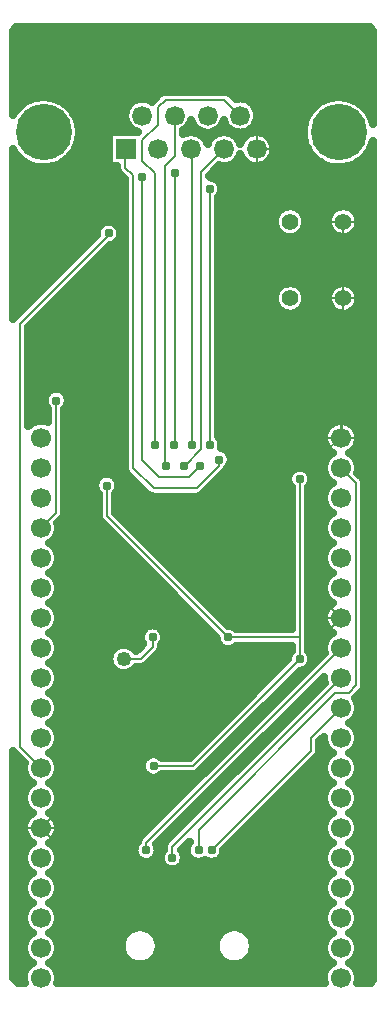
<source format=gbr>
G04 DipTrace 3.3.1.3*
G04 Bottom.gbr*
%MOIN*%
G04 #@! TF.FileFunction,Copper,L2,Bot*
G04 #@! TF.Part,Single*
G04 #@! TA.AperFunction,Conductor*
%ADD13C,0.007874*%
G04 #@! TA.AperFunction,CopperBalancing*
%ADD14C,0.025*%
%ADD15C,0.00787*%
G04 #@! TA.AperFunction,ComponentPad*
%ADD19R,0.066535X0.066535*%
%ADD20C,0.066535*%
%ADD21C,0.187402*%
%ADD22C,0.055118*%
%ADD27C,0.049213*%
G04 #@! TA.AperFunction,ComponentPad*
%ADD30C,0.066929*%
G04 #@! TA.AperFunction,ViaPad*
%ADD35C,0.031*%
%FSLAX26Y26*%
G04*
G70*
G90*
G75*
G01*
G04 Bottom*
%LPD*%
X893702Y1149951D2*
D13*
X1024953D1*
X1381202Y1506200D1*
Y1578532D1*
Y2106200D1*
X1142416Y1578532D2*
X1381202D1*
X737764Y2084481D2*
Y1983184D1*
X1142416Y1578532D1*
X961357Y2220825D2*
X964458D1*
Y3128050D1*
X1111953Y2171250D2*
Y2149449D1*
X1037453Y2074949D1*
X893702D1*
X824952Y2143700D1*
Y3118701D1*
X799953Y3143700D1*
Y3206280D1*
X800953D1*
X1049953Y2151229D2*
Y2149951D1*
X1012452Y2112449D1*
X912453D1*
X856202Y2168700D1*
Y3112451D1*
X993702Y2151229D2*
X997743D1*
X1051361Y2204847D1*
Y3129523D1*
X1128118Y3206280D1*
X1518702Y2243700D2*
X1514024D1*
X1462452Y2192128D1*
Y1699951D1*
X1518702Y1643700D1*
X1099953Y799949D2*
X662453D1*
X518702Y943700D1*
X1526036Y2964388D2*
Y2708482D1*
Y2498108D1*
X1521187Y2493259D1*
Y2246184D1*
X1518702Y2243700D1*
Y1643700D2*
Y1642330D1*
X1435079Y1558707D1*
Y1504183D1*
X953449Y1022553D1*
X597555D1*
X518702Y943700D1*
X743702Y2924951D2*
Y2919533D1*
X448751Y2624582D1*
Y1213651D1*
X518702Y1143700D1*
X956202Y843700D2*
Y881200D1*
X1518702Y1443700D1*
X868702Y868700D2*
Y893700D1*
X1518702Y1543700D1*
X1043702Y868700D2*
Y937449D1*
X1499953Y1393700D1*
X1543702D1*
X1568702Y1418700D1*
Y2093700D1*
X1518702Y2143700D1*
X518702Y1943700D2*
X569259Y1994256D1*
Y2367906D1*
X1087453Y868700D2*
X1418702Y1199949D1*
Y1243700D1*
X1518702Y1343700D1*
X794196Y1506776D2*
X850528D1*
X890204Y1546452D1*
Y1579465D1*
X897617Y2221250D2*
Y3125487D1*
X855828Y3167276D1*
Y3234919D1*
X909047Y3288138D1*
Y3345941D1*
X933756Y3370650D1*
X1130087D1*
X1182646Y3318091D1*
X935330Y2151229D2*
X932983D1*
Y3149361D1*
X965520Y3181898D1*
Y3344250D1*
X939361Y3318091D1*
X964536D1*
X1081202Y2221250D2*
Y3072659D1*
X1081142Y3072720D1*
X1021879Y2221250D2*
Y3203464D1*
X1019063Y3206280D1*
D35*
X897617Y2221250D3*
X935330Y2151229D3*
X961357Y2220825D3*
X993702Y2151229D3*
X1021879Y2221250D3*
X1049953Y2151229D3*
X1081202Y2221250D3*
X1111953Y2171250D3*
X890204Y1579465D3*
X1087453Y868700D3*
X1043702D3*
X956202Y843700D3*
X893702Y1149951D3*
X868702Y868700D3*
X1381202Y1506200D3*
Y2106200D3*
X1142416Y1578532D3*
X737764Y2084481D3*
X1099953Y799949D3*
X743702Y2924951D3*
X569259Y2367906D3*
X1081142Y3072720D3*
X856202Y3112451D3*
X964458Y3128050D3*
X427471Y3587582D2*
D14*
X1622439D1*
X427471Y3562713D2*
X1622439D1*
X427471Y3537844D2*
X1622439D1*
X427471Y3512976D2*
X1622439D1*
X427471Y3488107D2*
X1622439D1*
X427471Y3463238D2*
X1622439D1*
X427471Y3438369D2*
X1622439D1*
X427471Y3413501D2*
X1622439D1*
X427471Y3388632D2*
X910424D1*
X1153408D2*
X1622439D1*
X427471Y3363763D2*
X466177D1*
X588088D2*
X819278D1*
X1218861D2*
X1450015D1*
X1571961D2*
X1622439D1*
X618231Y3338894D2*
X800152D1*
X1237952D2*
X1419872D1*
X1602104D2*
X1622439D1*
X634738Y3314025D2*
X796348D1*
X1241755D2*
X1403365D1*
X643673Y3289157D2*
X804135D1*
X1234004D2*
X1394429D1*
X646831Y3264288D2*
X834887D1*
X995446D2*
X1052992D1*
X1094200D2*
X1162044D1*
X1203251D2*
X1391309D1*
X644607Y3239419D2*
X741697D1*
X1285748D2*
X1393533D1*
X636712Y3214550D2*
X741697D1*
X1295832D2*
X1401391D1*
X621712Y3189682D2*
X741697D1*
X1293966D2*
X1416427D1*
X1605584D2*
X1622439D1*
X427471Y3164813D2*
X459395D1*
X594870D2*
X741697D1*
X1169377D2*
X1195919D1*
X1278428D2*
X1443268D1*
X1578708D2*
X1622439D1*
X427471Y3139944D2*
X770260D1*
X1103099D2*
X1622439D1*
X427471Y3115075D2*
X787269D1*
X1081281D2*
X1622439D1*
X427471Y3090207D2*
X795020D1*
X1118492D2*
X1622439D1*
X427471Y3065338D2*
X795020D1*
X1121937D2*
X1622439D1*
X427471Y3040469D2*
X795020D1*
X1111137D2*
X1622439D1*
X427471Y3015600D2*
X795020D1*
X1111137D2*
X1520133D1*
X1532149D2*
X1622439D1*
X427471Y2990731D2*
X795020D1*
X1111137D2*
X1302638D1*
X1395124D2*
X1479798D1*
X1572284D2*
X1622439D1*
X427471Y2965863D2*
X795020D1*
X1111137D2*
X1295318D1*
X1402408D2*
X1472513D1*
X1579568D2*
X1622439D1*
X427471Y2940994D2*
X705670D1*
X781756D2*
X795020D1*
X1111137D2*
X1300987D1*
X1396739D2*
X1478147D1*
X1573935D2*
X1622439D1*
X427471Y2916125D2*
X698995D1*
X1111137D2*
X1329694D1*
X1368032D2*
X1506101D1*
X1546196D2*
X1622439D1*
X427471Y2891256D2*
X674126D1*
X765858D2*
X795020D1*
X1111137D2*
X1622439D1*
X427471Y2866388D2*
X649259D1*
X731840D2*
X795020D1*
X1111137D2*
X1622439D1*
X427471Y2841519D2*
X624391D1*
X706973D2*
X795020D1*
X1111137D2*
X1622439D1*
X427471Y2816650D2*
X599524D1*
X682105D2*
X795020D1*
X1111137D2*
X1622439D1*
X427471Y2791781D2*
X574656D1*
X657238D2*
X795020D1*
X1111137D2*
X1622439D1*
X427471Y2766913D2*
X549788D1*
X632369D2*
X795020D1*
X1111137D2*
X1622439D1*
X427471Y2742044D2*
X524920D1*
X607502D2*
X795020D1*
X1111137D2*
X1307877D1*
X1389849D2*
X1485074D1*
X1567009D2*
X1622439D1*
X427471Y2717175D2*
X500053D1*
X582634D2*
X795020D1*
X1111137D2*
X1296071D1*
X1401691D2*
X1473231D1*
X1578851D2*
X1622439D1*
X427471Y2692306D2*
X475185D1*
X557767D2*
X795020D1*
X1111137D2*
X1297937D1*
X1399789D2*
X1475097D1*
X1576949D2*
X1622439D1*
X427471Y2667438D2*
X450316D1*
X532899D2*
X795020D1*
X1111137D2*
X1315987D1*
X1381739D2*
X1493147D1*
X1558971D2*
X1622439D1*
X508030Y2642569D2*
X795020D1*
X1111137D2*
X1622439D1*
X483163Y2617700D2*
X795020D1*
X1111137D2*
X1622439D1*
X478677Y2592831D2*
X795020D1*
X1111137D2*
X1622439D1*
X478677Y2567962D2*
X795020D1*
X1111137D2*
X1622439D1*
X478677Y2543094D2*
X795020D1*
X1111137D2*
X1622439D1*
X478677Y2518225D2*
X795020D1*
X1111137D2*
X1622439D1*
X478677Y2493356D2*
X795020D1*
X1111137D2*
X1622439D1*
X478677Y2468487D2*
X795020D1*
X1111137D2*
X1622439D1*
X478677Y2443619D2*
X795020D1*
X1111137D2*
X1622439D1*
X478677Y2418750D2*
X795020D1*
X1111137D2*
X1622439D1*
X478677Y2393881D2*
X537659D1*
X600864D2*
X795020D1*
X1111137D2*
X1622439D1*
X478677Y2369012D2*
X527792D1*
X610731D2*
X795020D1*
X1111137D2*
X1622439D1*
X478677Y2344144D2*
X535830D1*
X602693D2*
X795020D1*
X1111137D2*
X1622439D1*
X478677Y2319275D2*
X539310D1*
X599213D2*
X795020D1*
X1111137D2*
X1622439D1*
X599213Y2294406D2*
X795020D1*
X1111137D2*
X1490240D1*
X1547166D2*
X1622439D1*
X599213Y2269537D2*
X795020D1*
X1111137D2*
X1465445D1*
X1571961D2*
X1622439D1*
X599213Y2244669D2*
X795020D1*
X1114904D2*
X1459236D1*
X1578170D2*
X1622439D1*
X599213Y2219800D2*
X795020D1*
X1122691D2*
X1464512D1*
X1572894D2*
X1622439D1*
X599213Y2194931D2*
X795020D1*
X1145441D2*
X1486760D1*
X1550646D2*
X1622439D1*
X599213Y2170062D2*
X795020D1*
X1153444D2*
X1465696D1*
X1571710D2*
X1622439D1*
X599213Y2145193D2*
X795020D1*
X1143469D2*
X1459273D1*
X1578133D2*
X1622439D1*
X599213Y2120325D2*
X719879D1*
X755631D2*
X807042D1*
X1124126D2*
X1342362D1*
X1420063D2*
X1464260D1*
X1583373D2*
X1622439D1*
X599213Y2095456D2*
X697847D1*
X777701D2*
X831910D1*
X1099259D2*
X1341214D1*
X1421176D2*
X1485899D1*
X1598587D2*
X1622439D1*
X599213Y2070587D2*
X698815D1*
X776696D2*
X856777D1*
X1074391D2*
X1351261D1*
X1411129D2*
X1465983D1*
X1598624D2*
X1622439D1*
X599213Y2045718D2*
X707822D1*
X767689D2*
X1351261D1*
X1411129D2*
X1459273D1*
X1598624D2*
X1622439D1*
X599213Y2020850D2*
X707822D1*
X767689D2*
X1351261D1*
X1411129D2*
X1464009D1*
X1598624D2*
X1622439D1*
X599213Y1995981D2*
X707822D1*
X767689D2*
X1351261D1*
X1411129D2*
X1485109D1*
X1598624D2*
X1622439D1*
X587407Y1971112D2*
X710621D1*
X791121D2*
X1351261D1*
X1411129D2*
X1466271D1*
X1598624D2*
X1622439D1*
X578113Y1946243D2*
X733407D1*
X815988D2*
X1351261D1*
X1411129D2*
X1459309D1*
X1598624D2*
X1622439D1*
X573628Y1921375D2*
X758274D1*
X840893D2*
X1351261D1*
X1411129D2*
X1463794D1*
X1598624D2*
X1622439D1*
X553101Y1896506D2*
X783143D1*
X865760D2*
X1351261D1*
X1411129D2*
X1484284D1*
X1598624D2*
X1622439D1*
X570828Y1871637D2*
X808011D1*
X890628D2*
X1351261D1*
X1411129D2*
X1466557D1*
X1598624D2*
X1622439D1*
X578076Y1846768D2*
X832878D1*
X915496D2*
X1351261D1*
X1411129D2*
X1459309D1*
X1598624D2*
X1622439D1*
X573843Y1821899D2*
X857746D1*
X940364D2*
X1351261D1*
X1411129D2*
X1463579D1*
X1598624D2*
X1622439D1*
X553855Y1797031D2*
X882614D1*
X965231D2*
X1351261D1*
X1411129D2*
X1483530D1*
X1598624D2*
X1622439D1*
X570541Y1772162D2*
X907482D1*
X990099D2*
X1351261D1*
X1411129D2*
X1466844D1*
X1598624D2*
X1622439D1*
X578041Y1747293D2*
X932349D1*
X1014967D2*
X1351261D1*
X1411129D2*
X1459344D1*
X1598624D2*
X1622439D1*
X574058Y1722424D2*
X957217D1*
X1039835D2*
X1351261D1*
X1411129D2*
X1463364D1*
X1598624D2*
X1622439D1*
X554609Y1697556D2*
X982084D1*
X1064702D2*
X1351261D1*
X1411129D2*
X1482813D1*
X1598624D2*
X1622439D1*
X570254Y1672687D2*
X1006953D1*
X1089570D2*
X1351261D1*
X1411129D2*
X1467167D1*
X1598624D2*
X1622439D1*
X578005Y1647818D2*
X1031820D1*
X1114437D2*
X1351261D1*
X1411129D2*
X1459381D1*
X1598624D2*
X1622439D1*
X574238Y1622949D2*
X1056688D1*
X1139306D2*
X1351261D1*
X1411129D2*
X1463149D1*
X1598624D2*
X1622439D1*
X555326Y1598081D2*
X853440D1*
X926979D2*
X1081555D1*
X1411129D2*
X1482095D1*
X1598624D2*
X1622439D1*
X569931Y1573212D2*
X849206D1*
X931213D2*
X1101292D1*
X1411129D2*
X1467490D1*
X1598624D2*
X1622439D1*
X577969Y1548343D2*
X767498D1*
X820906D2*
X850785D1*
X920125D2*
X1115215D1*
X1169592D2*
X1351261D1*
X1411129D2*
X1459416D1*
X1598624D2*
X1622439D1*
X574453Y1523474D2*
X746576D1*
X908534D2*
X1343726D1*
X1418664D2*
X1457192D1*
X1598624D2*
X1622439D1*
X556008Y1498606D2*
X744280D1*
X883667D2*
X1332314D1*
X1598624D2*
X1622439D1*
X569608Y1473737D2*
X756733D1*
X831671D2*
X1307446D1*
X1598624D2*
X1622439D1*
X577933Y1448868D2*
X1282579D1*
X1365160D2*
X1382553D1*
X1598624D2*
X1622439D1*
X574668Y1423999D2*
X1257712D1*
X1340293D2*
X1357684D1*
X1440302D2*
X1457694D1*
X1598624D2*
X1622439D1*
X556691Y1399130D2*
X1232844D1*
X1315425D2*
X1332816D1*
X1415435D2*
X1432826D1*
X1590441D2*
X1622439D1*
X569285Y1374262D2*
X1207975D1*
X1290558D2*
X1307949D1*
X1390567D2*
X1407958D1*
X1569269D2*
X1622439D1*
X577898Y1349393D2*
X1183108D1*
X1265689D2*
X1283082D1*
X1365698D2*
X1383091D1*
X1577882D2*
X1622439D1*
X574847Y1324524D2*
X1158240D1*
X1240822D2*
X1258214D1*
X1340831D2*
X1358223D1*
X1574832D2*
X1622439D1*
X557336Y1299655D2*
X1133373D1*
X1215954D2*
X1233345D1*
X1315963D2*
X1333355D1*
X1557320D2*
X1622439D1*
X568927Y1274787D2*
X1108504D1*
X1191087D2*
X1208478D1*
X1291096D2*
X1308487D1*
X1568946D2*
X1622439D1*
X577826Y1249918D2*
X1083601D1*
X1166218D2*
X1183610D1*
X1266227D2*
X1283620D1*
X1577810D2*
X1622439D1*
X575026Y1225049D2*
X1058734D1*
X1141351D2*
X1158743D1*
X1241360D2*
X1258752D1*
X1448628D2*
X1462395D1*
X1575011D2*
X1622439D1*
X557946Y1200180D2*
X1033865D1*
X1116483D2*
X1133876D1*
X1216492D2*
X1233885D1*
X1448628D2*
X1479440D1*
X1557966D2*
X1622439D1*
X427471Y1175312D2*
X445795D1*
X568604D2*
X861586D1*
X1091616D2*
X1109007D1*
X1191625D2*
X1209016D1*
X1435351D2*
X1468818D1*
X1568588D2*
X1622439D1*
X427471Y1150443D2*
X459647D1*
X577754D2*
X852219D1*
X1066748D2*
X1084139D1*
X1166757D2*
X1184149D1*
X1410482D2*
X1459631D1*
X1577774D2*
X1622439D1*
X427471Y1125574D2*
X462194D1*
X575206D2*
X860760D1*
X1040050D2*
X1059272D1*
X1141889D2*
X1159281D1*
X1385614D2*
X1462215D1*
X1575191D2*
X1622439D1*
X427471Y1100705D2*
X478845D1*
X558555D2*
X1034404D1*
X1117021D2*
X1134414D1*
X1360747D2*
X1478830D1*
X1558576D2*
X1622439D1*
X427471Y1075836D2*
X469156D1*
X568244D2*
X1009536D1*
X1092154D2*
X1109545D1*
X1335879D2*
X1469177D1*
X1568229D2*
X1622439D1*
X427471Y1050968D2*
X459718D1*
X577718D2*
X984668D1*
X1067286D2*
X1084677D1*
X1311011D2*
X1459704D1*
X1577702D2*
X1622439D1*
X427471Y1026099D2*
X462015D1*
X575386D2*
X959801D1*
X1042419D2*
X1059810D1*
X1286143D2*
X1462036D1*
X1575370D2*
X1622439D1*
X427471Y1001230D2*
X478235D1*
X559166D2*
X934933D1*
X1017550D2*
X1034942D1*
X1261276D2*
X1478255D1*
X1559151D2*
X1622439D1*
X427471Y976361D2*
X469515D1*
X567886D2*
X910066D1*
X992683D2*
X1010075D1*
X1236408D2*
X1469536D1*
X1567870D2*
X1622439D1*
X427471Y951493D2*
X459790D1*
X577646D2*
X885197D1*
X967780D2*
X985206D1*
X1211541D2*
X1459774D1*
X1577631D2*
X1622439D1*
X427471Y926624D2*
X461872D1*
X575565D2*
X860330D1*
X942911D2*
X960339D1*
X1186672D2*
X1461856D1*
X1575550D2*
X1622439D1*
X427471Y901755D2*
X477660D1*
X559740D2*
X839983D1*
X918044D2*
X935471D1*
X1161805D2*
X1477646D1*
X1559760D2*
X1622439D1*
X427471Y876886D2*
X469910D1*
X567491D2*
X828070D1*
X909324D2*
X926250D1*
X1136937D2*
X1469894D1*
X1567512D2*
X1622439D1*
X427471Y852018D2*
X459862D1*
X577538D2*
X830941D1*
X1125204D2*
X1459847D1*
X1577559D2*
X1622439D1*
X427471Y827149D2*
X461692D1*
X575709D2*
X918390D1*
X994011D2*
X1461713D1*
X1575693D2*
X1622439D1*
X427471Y802280D2*
X477087D1*
X560314D2*
X1477107D1*
X1560299D2*
X1622439D1*
X427471Y777411D2*
X470269D1*
X567133D2*
X1470289D1*
X1567117D2*
X1622439D1*
X427471Y752543D2*
X459935D1*
X577467D2*
X1459919D1*
X1577487D2*
X1622439D1*
X427471Y727674D2*
X461549D1*
X575852D2*
X1461533D1*
X1575873D2*
X1622439D1*
X427471Y702805D2*
X476549D1*
X560852D2*
X1476533D1*
X1560873D2*
X1622439D1*
X427471Y677936D2*
X470663D1*
X566738D2*
X1470684D1*
X1566722D2*
X1622439D1*
X427471Y653067D2*
X460005D1*
X577395D2*
X1460026D1*
X1577379D2*
X1622439D1*
X427471Y628199D2*
X461406D1*
X576032D2*
X1461390D1*
X1576016D2*
X1622439D1*
X427471Y603330D2*
X476011D1*
X561391D2*
X814183D1*
X882949D2*
X1128635D1*
X1197402D2*
X1475995D1*
X1561376D2*
X1622439D1*
X427471Y578461D2*
X471058D1*
X566343D2*
X791002D1*
X906166D2*
X1105454D1*
X1220620D2*
X1471079D1*
X1566327D2*
X1622439D1*
X427471Y553592D2*
X460113D1*
X577288D2*
X784327D1*
X912840D2*
X1098780D1*
X1227294D2*
X1460099D1*
X1577307D2*
X1622439D1*
X427471Y528724D2*
X461226D1*
X576175D2*
X788130D1*
X909000D2*
X1102584D1*
X1223454D2*
X1461247D1*
X1576159D2*
X1622439D1*
X427471Y503855D2*
X475508D1*
X561929D2*
X805284D1*
X891848D2*
X1119736D1*
X1206301D2*
X1475492D1*
X1561914D2*
X1622439D1*
X427471Y478986D2*
X471488D1*
X565912D2*
X1471474D1*
X1565932D2*
X1622439D1*
X427471Y454117D2*
X460185D1*
X577215D2*
X1460206D1*
X1577200D2*
X1622439D1*
X440820Y429249D2*
X461118D1*
X576319D2*
X1461103D1*
X1576303D2*
X1618634D1*
X753372Y3263048D2*
X841610D1*
X833756Y3265645D1*
X825819Y3269688D1*
X818613Y3274924D1*
X812314Y3281224D1*
X807078Y3288430D1*
X803034Y3296367D1*
X800281Y3304839D1*
X798887Y3313637D1*
Y3322545D1*
X800281Y3331343D1*
X803034Y3339815D1*
X807078Y3347752D1*
X812314Y3354959D1*
X818613Y3361258D1*
X825819Y3366494D1*
X833756Y3370537D1*
X842229Y3373291D1*
X851026Y3374684D1*
X859935D1*
X868733Y3373291D1*
X877205Y3370537D1*
X885142Y3366494D1*
X888572Y3364201D1*
X915937Y3391514D1*
X919420Y3394044D1*
X923256Y3395999D1*
X927351Y3397329D1*
X931604Y3398003D1*
X1034806Y3398087D1*
X1132226Y3398003D1*
X1136479Y3397329D1*
X1140574Y3395999D1*
X1144410Y3394044D1*
X1147893Y3391514D1*
X1166907Y3372619D1*
X1173765Y3374159D1*
X1182646Y3374859D1*
X1191526Y3374159D1*
X1200188Y3372081D1*
X1208418Y3368671D1*
X1216013Y3364018D1*
X1222786Y3358231D1*
X1228572Y3351459D1*
X1233226Y3343863D1*
X1236635Y3335633D1*
X1238714Y3326972D1*
X1239414Y3318091D1*
X1238714Y3309210D1*
X1236635Y3300549D1*
X1233226Y3292319D1*
X1228572Y3284724D1*
X1222786Y3277951D1*
X1216013Y3272165D1*
X1208418Y3267511D1*
X1200188Y3264102D1*
X1191526Y3262022D1*
X1182646Y3261323D1*
X1173765Y3262022D1*
X1165104Y3264102D1*
X1156874Y3267511D1*
X1149278Y3272165D1*
X1142505Y3277951D1*
X1136719Y3284724D1*
X1132066Y3292319D1*
X1128656Y3300549D1*
X1128142Y3302376D1*
X1126037Y3296367D1*
X1121994Y3288430D1*
X1116757Y3281224D1*
X1110458Y3274924D1*
X1103252Y3269688D1*
X1095315Y3265645D1*
X1086843Y3262892D1*
X1078045Y3261498D1*
X1069137D1*
X1060339Y3262892D1*
X1051866Y3265645D1*
X1043929Y3269688D1*
X1036723Y3274924D1*
X1030424Y3281224D1*
X1025188Y3288430D1*
X1021145Y3296367D1*
X1019087Y3302376D1*
X1016982Y3296367D1*
X1012939Y3288430D1*
X1007702Y3281224D1*
X1001403Y3274924D1*
X994197Y3269688D1*
X992966Y3268999D1*
X992957Y3256657D1*
X997339Y3258726D1*
X1005811Y3261480D1*
X1014609Y3262873D1*
X1023517D1*
X1032315Y3261480D1*
X1040788Y3258726D1*
X1048725Y3254683D1*
X1055931Y3249447D1*
X1062230Y3243148D1*
X1067466Y3235941D1*
X1071509Y3228004D1*
X1073567Y3221995D1*
X1075672Y3228004D1*
X1079715Y3235941D1*
X1084952Y3243148D1*
X1091251Y3249447D1*
X1098457Y3254683D1*
X1106394Y3258726D1*
X1114866Y3261480D1*
X1123664Y3262873D1*
X1132572D1*
X1141370Y3261480D1*
X1149843Y3258726D1*
X1157780Y3254683D1*
X1164986Y3249447D1*
X1171285Y3243148D1*
X1176521Y3235941D1*
X1180565Y3228004D1*
X1182622Y3221995D1*
X1185306Y3229351D1*
X1188718Y3235854D1*
X1192941Y3241863D1*
X1197904Y3247275D1*
X1203526Y3252001D1*
X1209710Y3255962D1*
X1216353Y3259092D1*
X1223345Y3261338D1*
X1230570Y3262662D1*
X1237903Y3263043D1*
X1245225Y3262474D1*
X1252412Y3260964D1*
X1259344Y3258539D1*
X1265906Y3255239D1*
X1271986Y3251121D1*
X1277483Y3246251D1*
X1282306Y3240713D1*
X1286373Y3234599D1*
X1289617Y3228010D1*
X1291984Y3221057D1*
X1293433Y3213857D1*
X1293941Y3206280D1*
X1293466Y3198952D1*
X1292049Y3191746D1*
X1289713Y3184783D1*
X1286499Y3178180D1*
X1282458Y3172048D1*
X1277660Y3166487D1*
X1272184Y3161594D1*
X1266122Y3157448D1*
X1259576Y3154120D1*
X1252655Y3151665D1*
X1245474Y3150123D1*
X1238155Y3149520D1*
X1230819Y3149869D1*
X1223589Y3151162D1*
X1216588Y3153376D1*
X1209931Y3156477D1*
X1203729Y3160410D1*
X1198087Y3165112D1*
X1193100Y3170502D1*
X1188849Y3176491D1*
X1185408Y3182980D1*
X1182651Y3190499D1*
X1180565Y3184556D1*
X1176521Y3176619D1*
X1171285Y3169413D1*
X1164986Y3163113D1*
X1157780Y3157877D1*
X1149843Y3153834D1*
X1141370Y3151081D1*
X1132572Y3149687D1*
X1123664D1*
X1114866Y3151081D1*
X1112436Y3151766D1*
X1078781Y3118128D1*
X1081142Y3111720D1*
X1087243Y3111239D1*
X1093193Y3109810D1*
X1098848Y3107469D1*
X1104066Y3104271D1*
X1108719Y3100297D1*
X1112693Y3095644D1*
X1115891Y3090426D1*
X1118233Y3084771D1*
X1119662Y3078821D1*
X1120142Y3072720D1*
X1119662Y3066619D1*
X1118233Y3060669D1*
X1115891Y3055014D1*
X1112693Y3049796D1*
X1108641Y3045070D1*
X1108780Y2248827D1*
X1112754Y2244174D1*
X1115952Y2238956D1*
X1118293Y2233301D1*
X1119722Y2227351D1*
X1120202Y2221250D1*
X1119722Y2215149D1*
X1118440Y2209716D1*
X1124004Y2208340D1*
X1129658Y2205999D1*
X1134876Y2202801D1*
X1139529Y2198826D1*
X1143504Y2194172D1*
X1146702Y2188955D1*
X1149044Y2183301D1*
X1150473Y2177351D1*
X1150953Y2171250D1*
X1150473Y2165149D1*
X1149044Y2159197D1*
X1146702Y2153544D1*
X1143504Y2148326D1*
X1139529Y2143672D1*
X1138572Y2142787D1*
X1137301Y2138949D1*
X1135347Y2135113D1*
X1132815Y2131630D1*
X1059900Y2058595D1*
X1053580Y2052752D1*
X1049910Y2050503D1*
X1045932Y2048855D1*
X1041746Y2047850D1*
X1037453Y2047512D1*
X891550Y2047596D1*
X887297Y2048271D1*
X883202Y2049600D1*
X879366Y2051556D1*
X875883Y2054086D1*
X805550Y2124298D1*
X802755Y2127573D1*
X800505Y2131243D1*
X798857Y2135221D1*
X797852Y2139407D1*
X797515Y2143700D1*
Y3107369D1*
X779089Y3125881D1*
X776559Y3129364D1*
X774604Y3133200D1*
X773274Y3137294D1*
X772600Y3141548D1*
X772516Y3149477D1*
X744185Y3149512D1*
Y3263048D1*
X753372D1*
X643975Y3253008D2*
X642898Y3243888D1*
X641109Y3234880D1*
X638621Y3226039D1*
X635449Y3217420D1*
X631612Y3209077D1*
X627131Y3201060D1*
X622038Y3193417D1*
X616362Y3186197D1*
X610139Y3179444D1*
X603406Y3173199D1*
X596204Y3167499D1*
X588578Y3162381D1*
X580574Y3157877D1*
X572242Y3154012D1*
X563634Y3150813D1*
X554801Y3148297D1*
X545798Y3146481D1*
X536681Y3145375D1*
X527505Y3144985D1*
X518327Y3145315D1*
X509204Y3146364D1*
X500189Y3148124D1*
X491341Y3150585D1*
X482713Y3153729D1*
X474357Y3157540D1*
X466326Y3161994D1*
X458667Y3167064D1*
X451429Y3172716D1*
X444655Y3178919D1*
X438389Y3185633D1*
X432667Y3192817D1*
X427525Y3200426D1*
X424960Y3204952D1*
X424953Y2638224D1*
X427887Y2642401D1*
X500803Y2715436D1*
X705038Y2919671D1*
X704702Y2924951D1*
X705183Y2931052D1*
X706612Y2937002D1*
X708953Y2942657D1*
X712151Y2947875D1*
X716125Y2952528D1*
X720778Y2956502D1*
X725996Y2959700D1*
X731651Y2962041D1*
X737601Y2963470D1*
X743702Y2963951D1*
X749803Y2963470D1*
X755754Y2962041D1*
X761408Y2959700D1*
X766626Y2956502D1*
X771280Y2952528D1*
X775254Y2947875D1*
X778452Y2942657D1*
X780793Y2937002D1*
X782222Y2931052D1*
X782702Y2924951D1*
X782222Y2918850D1*
X780793Y2912899D1*
X778452Y2907245D1*
X775254Y2902027D1*
X771280Y2897373D1*
X766626Y2893399D1*
X761408Y2890201D1*
X755754Y2887860D1*
X749340Y2886376D1*
X476200Y2613229D1*
X476188Y2281637D1*
X481706Y2287016D1*
X488939Y2292271D1*
X496903Y2296329D1*
X505404Y2299091D1*
X514233Y2300489D1*
X523172D1*
X532000Y2299091D1*
X540502Y2296329D1*
X541819Y2295721D1*
X541681Y2340329D1*
X537708Y2344982D1*
X534509Y2350200D1*
X532168Y2355855D1*
X530739Y2361805D1*
X530259Y2367906D1*
X530739Y2374007D1*
X532168Y2379957D1*
X534509Y2385612D1*
X537708Y2390830D1*
X541681Y2395483D1*
X546335Y2399457D1*
X551553Y2402655D1*
X557208Y2404997D1*
X563158Y2406426D1*
X569259Y2406906D1*
X575360Y2406426D1*
X581310Y2404997D1*
X586965Y2402655D1*
X592183Y2399457D1*
X596836Y2395483D1*
X600810Y2390830D1*
X604008Y2385612D1*
X606349Y2379957D1*
X607778Y2374007D1*
X608259Y2367906D1*
X607778Y2361805D1*
X606349Y2355855D1*
X604008Y2350200D1*
X600810Y2344982D1*
X596704Y2340207D1*
X596612Y1992104D1*
X595937Y1987851D1*
X594608Y1983756D1*
X592652Y1979920D1*
X590122Y1976438D1*
X573410Y1959606D1*
X574966Y1952611D1*
X575667Y1943700D1*
X574966Y1934789D1*
X572879Y1926096D1*
X569458Y1917839D1*
X564788Y1910217D1*
X558982Y1903420D1*
X552185Y1897615D1*
X545950Y1893721D1*
X552185Y1889785D1*
X558982Y1883980D1*
X564788Y1877183D1*
X569458Y1869561D1*
X572879Y1861304D1*
X574966Y1852611D1*
X575667Y1843700D1*
X574966Y1834789D1*
X572879Y1826096D1*
X569458Y1817839D1*
X564788Y1810217D1*
X558982Y1803420D1*
X552185Y1797615D1*
X545950Y1793721D1*
X552185Y1789785D1*
X558982Y1783980D1*
X564788Y1777183D1*
X569458Y1769561D1*
X572879Y1761304D1*
X574966Y1752611D1*
X575667Y1743700D1*
X574966Y1734789D1*
X572879Y1726096D1*
X569458Y1717839D1*
X564788Y1710217D1*
X558982Y1703420D1*
X552185Y1697615D1*
X545950Y1693721D1*
X552185Y1689785D1*
X558982Y1683980D1*
X564788Y1677183D1*
X569458Y1669561D1*
X572879Y1661304D1*
X574966Y1652611D1*
X575667Y1643700D1*
X574966Y1634789D1*
X572879Y1626096D1*
X569458Y1617839D1*
X564788Y1610217D1*
X558982Y1603420D1*
X552185Y1597615D1*
X545950Y1593721D1*
X552185Y1589785D1*
X558982Y1583980D1*
X564788Y1577183D1*
X569458Y1569561D1*
X572879Y1561304D1*
X574966Y1552611D1*
X575667Y1543700D1*
X574966Y1534789D1*
X572879Y1526096D1*
X569458Y1517839D1*
X564788Y1510217D1*
X558982Y1503420D1*
X552185Y1497615D1*
X545950Y1493721D1*
X552185Y1489785D1*
X558982Y1483980D1*
X564788Y1477183D1*
X569458Y1469561D1*
X572879Y1461304D1*
X574966Y1452611D1*
X575667Y1443700D1*
X574966Y1434789D1*
X572879Y1426096D1*
X569458Y1417839D1*
X564788Y1410217D1*
X558982Y1403420D1*
X552185Y1397615D1*
X545950Y1393721D1*
X552185Y1389785D1*
X558982Y1383980D1*
X564788Y1377183D1*
X569458Y1369561D1*
X572879Y1361304D1*
X574966Y1352611D1*
X575667Y1343700D1*
X574966Y1334789D1*
X572879Y1326096D1*
X569458Y1317839D1*
X564788Y1310217D1*
X558982Y1303420D1*
X552185Y1297615D1*
X545950Y1293721D1*
X552185Y1289785D1*
X558982Y1283980D1*
X564788Y1277183D1*
X569458Y1269561D1*
X572879Y1261304D1*
X574966Y1252611D1*
X575667Y1243700D1*
X574966Y1234789D1*
X572879Y1226096D1*
X569458Y1217839D1*
X564788Y1210217D1*
X558982Y1203420D1*
X552185Y1197615D1*
X545950Y1193721D1*
X552185Y1189785D1*
X558982Y1183980D1*
X564788Y1177183D1*
X569458Y1169561D1*
X572879Y1161304D1*
X574966Y1152611D1*
X575667Y1143700D1*
X574966Y1134789D1*
X572879Y1126096D1*
X569458Y1117839D1*
X564788Y1110217D1*
X558982Y1103420D1*
X552185Y1097615D1*
X545950Y1093721D1*
X552185Y1089785D1*
X558982Y1083980D1*
X564788Y1077183D1*
X569458Y1069561D1*
X572879Y1061304D1*
X574966Y1052611D1*
X575667Y1043700D1*
X574966Y1034789D1*
X572879Y1026096D1*
X569458Y1017839D1*
X564788Y1010217D1*
X558982Y1003420D1*
X552185Y997615D1*
X545950Y993721D1*
X551305Y990413D1*
X557044Y985830D1*
X562145Y980548D1*
X566524Y974651D1*
X570109Y968242D1*
X572839Y961424D1*
X574670Y954313D1*
X575570Y947024D1*
X575549Y940028D1*
X574604Y932745D1*
X572730Y925644D1*
X569958Y918843D1*
X566334Y912456D1*
X561919Y906587D1*
X556785Y901336D1*
X551017Y896789D1*
X545986Y893700D1*
X552185Y889785D1*
X558982Y883980D1*
X564788Y877183D1*
X569458Y869561D1*
X572879Y861304D1*
X574966Y852611D1*
X575667Y843700D1*
X574966Y834789D1*
X572879Y826096D1*
X569458Y817839D1*
X564788Y810217D1*
X558982Y803420D1*
X552185Y797615D1*
X545950Y793721D1*
X552185Y789785D1*
X558982Y783980D1*
X564788Y777183D1*
X569458Y769561D1*
X572879Y761304D1*
X574966Y752611D1*
X575667Y743700D1*
X574966Y734789D1*
X572879Y726096D1*
X569458Y717839D1*
X564788Y710217D1*
X558982Y703420D1*
X552185Y697615D1*
X545950Y693721D1*
X552185Y689785D1*
X558982Y683980D1*
X564788Y677183D1*
X569458Y669561D1*
X572879Y661304D1*
X574966Y652611D1*
X575667Y643700D1*
X574966Y634789D1*
X572879Y626096D1*
X569458Y617839D1*
X564788Y610217D1*
X558982Y603420D1*
X552185Y597615D1*
X545950Y593721D1*
X552185Y589785D1*
X558982Y583980D1*
X564788Y577183D1*
X569458Y569561D1*
X572879Y561304D1*
X574966Y552611D1*
X575667Y543700D1*
X574966Y534789D1*
X572879Y526096D1*
X569458Y517839D1*
X564788Y510217D1*
X558982Y503420D1*
X552185Y497615D1*
X545950Y493721D1*
X552185Y489785D1*
X558982Y483980D1*
X564788Y477183D1*
X569458Y469561D1*
X572879Y461304D1*
X574966Y452611D1*
X575667Y443700D1*
X574966Y434789D1*
X572879Y426096D1*
X572449Y424934D1*
X1464925Y424949D1*
X1463311Y430402D1*
X1461914Y439230D1*
Y448170D1*
X1463311Y456998D1*
X1466074Y465499D1*
X1470131Y473464D1*
X1475386Y480696D1*
X1481706Y487016D1*
X1488939Y492271D1*
X1491454Y493679D1*
X1485219Y497615D1*
X1478423Y503420D1*
X1472617Y510217D1*
X1467946Y517839D1*
X1464525Y526096D1*
X1462439Y534789D1*
X1461738Y543700D1*
X1462439Y552611D1*
X1464525Y561304D1*
X1467946Y569561D1*
X1472617Y577183D1*
X1478423Y583980D1*
X1485219Y589785D1*
X1491454Y593679D1*
X1485219Y597615D1*
X1478423Y603420D1*
X1472617Y610217D1*
X1467946Y617839D1*
X1464525Y626096D1*
X1462439Y634789D1*
X1461738Y643700D1*
X1462439Y652611D1*
X1464525Y661304D1*
X1467946Y669561D1*
X1472617Y677183D1*
X1478423Y683980D1*
X1485219Y689785D1*
X1491454Y693679D1*
X1485219Y697615D1*
X1478423Y703420D1*
X1472617Y710217D1*
X1467946Y717839D1*
X1464525Y726096D1*
X1462439Y734789D1*
X1461738Y743700D1*
X1462439Y752611D1*
X1464525Y761304D1*
X1467946Y769561D1*
X1472617Y777183D1*
X1478423Y783980D1*
X1485219Y789785D1*
X1491454Y793679D1*
X1485219Y797615D1*
X1478423Y803420D1*
X1472617Y810217D1*
X1467946Y817839D1*
X1464525Y826096D1*
X1462439Y834789D1*
X1461738Y843700D1*
X1462439Y852611D1*
X1464525Y861304D1*
X1467946Y869561D1*
X1472617Y877183D1*
X1478423Y883980D1*
X1485219Y889785D1*
X1491454Y893679D1*
X1485219Y897615D1*
X1478423Y903420D1*
X1472617Y910217D1*
X1467946Y917839D1*
X1464525Y926096D1*
X1462439Y934789D1*
X1461738Y943700D1*
X1462439Y952611D1*
X1464525Y961304D1*
X1467946Y969561D1*
X1472617Y977183D1*
X1478423Y983980D1*
X1485219Y989785D1*
X1491454Y993679D1*
X1485219Y997615D1*
X1478423Y1003420D1*
X1472617Y1010217D1*
X1467946Y1017839D1*
X1464525Y1026096D1*
X1462439Y1034789D1*
X1461738Y1043700D1*
X1462439Y1052611D1*
X1464525Y1061304D1*
X1467946Y1069561D1*
X1472617Y1077183D1*
X1478423Y1083980D1*
X1485219Y1089785D1*
X1491454Y1093679D1*
X1485219Y1097615D1*
X1478423Y1103420D1*
X1472617Y1110217D1*
X1467946Y1117839D1*
X1464525Y1126096D1*
X1462439Y1134789D1*
X1461738Y1143700D1*
X1462439Y1152611D1*
X1464525Y1161304D1*
X1467946Y1169561D1*
X1472617Y1177183D1*
X1478423Y1183980D1*
X1485219Y1189785D1*
X1491454Y1193679D1*
X1485219Y1197615D1*
X1478423Y1203420D1*
X1472617Y1210217D1*
X1467946Y1217839D1*
X1464525Y1226096D1*
X1462439Y1234789D1*
X1461738Y1243700D1*
X1461911Y1248117D1*
X1446122Y1232318D1*
X1446055Y1197797D1*
X1445381Y1193544D1*
X1444051Y1189449D1*
X1442096Y1185613D1*
X1439566Y1182130D1*
X1366650Y1109095D1*
X1126453Y868700D1*
X1125973Y862599D1*
X1124544Y856649D1*
X1122202Y850994D1*
X1119004Y845776D1*
X1115030Y841123D1*
X1110377Y837149D1*
X1105159Y833951D1*
X1099504Y831609D1*
X1093554Y830180D1*
X1087453Y829700D1*
X1081352Y830180D1*
X1075402Y831609D1*
X1069747Y833951D1*
X1065613Y836424D1*
X1061408Y833951D1*
X1055754Y831609D1*
X1049803Y830180D1*
X1043702Y829700D1*
X1037601Y830180D1*
X1031651Y831609D1*
X1025996Y833951D1*
X1020778Y837149D1*
X1016125Y841123D1*
X1012151Y845776D1*
X1008953Y850994D1*
X1006612Y856649D1*
X1005183Y862599D1*
X1004702Y868700D1*
X1005183Y874801D1*
X1006612Y880751D1*
X1008953Y886406D1*
X1012151Y891624D1*
X1016257Y896399D1*
X1011949Y898145D1*
X984419Y870615D1*
X987754Y866624D1*
X990952Y861406D1*
X993293Y855751D1*
X994722Y849801D1*
X995202Y843700D1*
X994722Y837599D1*
X993293Y831649D1*
X990952Y825994D1*
X987754Y820776D1*
X983780Y816123D1*
X979126Y812149D1*
X973908Y808951D1*
X968254Y806609D1*
X962303Y805180D1*
X956202Y804700D1*
X950101Y805180D1*
X944151Y806609D1*
X938496Y808951D1*
X933278Y812149D1*
X928625Y816123D1*
X924651Y820776D1*
X921453Y825994D1*
X919112Y831649D1*
X917683Y837599D1*
X917202Y843700D1*
X917683Y849801D1*
X919112Y855751D1*
X921453Y861406D1*
X924651Y866624D1*
X928757Y871399D1*
X928849Y883352D1*
X929524Y887606D1*
X930853Y891700D1*
X932809Y895536D1*
X935339Y899019D1*
X1008255Y972054D1*
X1463996Y1427796D1*
X1462439Y1434789D1*
X1461738Y1443700D1*
X1461911Y1448117D1*
X902309Y888504D1*
X904734Y883625D1*
X906625Y877805D1*
X907582Y871760D1*
Y865640D1*
X906625Y859595D1*
X904734Y853775D1*
X901956Y848322D1*
X898358Y843372D1*
X894030Y839044D1*
X889080Y835447D1*
X883628Y832669D1*
X877807Y830777D1*
X871763Y829821D1*
X865642D1*
X859597Y830777D1*
X853777Y832669D1*
X848324Y835447D1*
X843374Y839044D1*
X839046Y843372D1*
X835449Y848322D1*
X832671Y853775D1*
X830780Y859595D1*
X829823Y865640D1*
Y871760D1*
X830780Y877805D1*
X832671Y883625D1*
X835449Y889078D1*
X839046Y894028D1*
X841415Y896545D1*
X842608Y902179D1*
X844256Y906157D1*
X846505Y909827D1*
X849301Y913102D1*
X1463986Y1527785D1*
X1462439Y1534789D1*
X1461738Y1543700D1*
X1462439Y1552611D1*
X1464525Y1561304D1*
X1467946Y1569561D1*
X1472617Y1577183D1*
X1478423Y1583980D1*
X1485219Y1589785D1*
X1491454Y1593679D1*
X1485492Y1597418D1*
X1479814Y1602074D1*
X1474782Y1607423D1*
X1470481Y1613376D1*
X1466979Y1619831D1*
X1464339Y1626684D1*
X1462601Y1633819D1*
X1461797Y1641120D1*
X1461937Y1648462D1*
X1463021Y1655725D1*
X1465032Y1662789D1*
X1467933Y1669536D1*
X1471679Y1675852D1*
X1476206Y1681634D1*
X1481440Y1686787D1*
X1487293Y1691222D1*
X1491421Y1693699D1*
X1485219Y1697615D1*
X1478423Y1703420D1*
X1472617Y1710217D1*
X1467946Y1717839D1*
X1464525Y1726096D1*
X1462439Y1734789D1*
X1461738Y1743700D1*
X1462439Y1752611D1*
X1464525Y1761304D1*
X1467946Y1769561D1*
X1472617Y1777183D1*
X1478423Y1783980D1*
X1485219Y1789785D1*
X1491454Y1793679D1*
X1485219Y1797615D1*
X1478423Y1803420D1*
X1472617Y1810217D1*
X1467946Y1817839D1*
X1464525Y1826096D1*
X1462439Y1834789D1*
X1461738Y1843700D1*
X1462439Y1852611D1*
X1464525Y1861304D1*
X1467946Y1869561D1*
X1472617Y1877183D1*
X1478423Y1883980D1*
X1485219Y1889785D1*
X1491454Y1893679D1*
X1485219Y1897615D1*
X1478423Y1903420D1*
X1472617Y1910217D1*
X1467946Y1917839D1*
X1464525Y1926096D1*
X1462439Y1934789D1*
X1461738Y1943700D1*
X1462439Y1952611D1*
X1464525Y1961304D1*
X1467946Y1969561D1*
X1472617Y1977183D1*
X1478423Y1983980D1*
X1485219Y1989785D1*
X1491454Y1993679D1*
X1485219Y1997615D1*
X1478423Y2003420D1*
X1472617Y2010217D1*
X1467946Y2017839D1*
X1464525Y2026096D1*
X1462439Y2034789D1*
X1461738Y2043700D1*
X1462439Y2052611D1*
X1464525Y2061304D1*
X1467946Y2069561D1*
X1472617Y2077183D1*
X1478423Y2083980D1*
X1485219Y2089785D1*
X1491454Y2093679D1*
X1485219Y2097615D1*
X1478423Y2103420D1*
X1472617Y2110217D1*
X1467946Y2117839D1*
X1464525Y2126096D1*
X1462439Y2134789D1*
X1461738Y2143700D1*
X1462439Y2152611D1*
X1464525Y2161304D1*
X1467946Y2169561D1*
X1472617Y2177183D1*
X1478423Y2183980D1*
X1485219Y2189785D1*
X1491454Y2193679D1*
X1485492Y2197418D1*
X1479814Y2202074D1*
X1474782Y2207423D1*
X1470481Y2213376D1*
X1466979Y2219831D1*
X1464339Y2226684D1*
X1462601Y2233819D1*
X1461797Y2241120D1*
X1461937Y2248462D1*
X1463021Y2255725D1*
X1465032Y2262789D1*
X1467933Y2269536D1*
X1471679Y2275852D1*
X1476206Y2281634D1*
X1481440Y2286787D1*
X1487293Y2291222D1*
X1493668Y2294869D1*
X1500460Y2297665D1*
X1507554Y2299564D1*
X1514834Y2300533D1*
X1522177Y2300558D1*
X1529463Y2299638D1*
X1536571Y2297789D1*
X1543381Y2295041D1*
X1549781Y2291440D1*
X1555664Y2287045D1*
X1560933Y2281928D1*
X1565502Y2276178D1*
X1569290Y2269888D1*
X1572239Y2263161D1*
X1574298Y2256112D1*
X1575433Y2248856D1*
X1575637Y2241863D1*
X1574928Y2234553D1*
X1573284Y2227396D1*
X1570733Y2220510D1*
X1567316Y2214008D1*
X1563092Y2208001D1*
X1558131Y2202586D1*
X1552513Y2197855D1*
X1545986Y2193700D1*
X1552185Y2189785D1*
X1558982Y2183980D1*
X1564788Y2177183D1*
X1569458Y2169561D1*
X1572879Y2161304D1*
X1574966Y2152611D1*
X1575667Y2143700D1*
X1574966Y2134789D1*
X1573368Y2127829D1*
X1589566Y2111519D1*
X1592096Y2108036D1*
X1594051Y2104200D1*
X1595381Y2100106D1*
X1596055Y2095852D1*
X1596139Y1992650D1*
X1596055Y1416548D1*
X1595381Y1412294D1*
X1594051Y1408200D1*
X1592096Y1404364D1*
X1589566Y1400881D1*
X1565278Y1376474D1*
X1569458Y1369561D1*
X1572879Y1361304D1*
X1574966Y1352611D1*
X1575667Y1343700D1*
X1574966Y1334789D1*
X1572879Y1326096D1*
X1569458Y1317839D1*
X1564788Y1310217D1*
X1558982Y1303420D1*
X1552185Y1297615D1*
X1545950Y1293721D1*
X1552185Y1289785D1*
X1558982Y1283980D1*
X1564788Y1277183D1*
X1569458Y1269561D1*
X1572879Y1261304D1*
X1574966Y1252611D1*
X1575667Y1243700D1*
X1574966Y1234789D1*
X1572879Y1226096D1*
X1569458Y1217839D1*
X1564788Y1210217D1*
X1558982Y1203420D1*
X1552185Y1197615D1*
X1545950Y1193721D1*
X1552185Y1189785D1*
X1558982Y1183980D1*
X1564788Y1177183D1*
X1569458Y1169561D1*
X1572879Y1161304D1*
X1574966Y1152611D1*
X1575667Y1143700D1*
X1574966Y1134789D1*
X1572879Y1126096D1*
X1569458Y1117839D1*
X1564788Y1110217D1*
X1558982Y1103420D1*
X1552185Y1097615D1*
X1545950Y1093721D1*
X1552185Y1089785D1*
X1558982Y1083980D1*
X1564788Y1077183D1*
X1569458Y1069561D1*
X1572879Y1061304D1*
X1574966Y1052611D1*
X1575667Y1043700D1*
X1574966Y1034789D1*
X1572879Y1026096D1*
X1569458Y1017839D1*
X1564788Y1010217D1*
X1558982Y1003420D1*
X1552185Y997615D1*
X1545950Y993721D1*
X1552185Y989785D1*
X1558982Y983980D1*
X1564788Y977183D1*
X1569458Y969561D1*
X1572879Y961304D1*
X1574966Y952611D1*
X1575667Y943700D1*
X1574966Y934789D1*
X1572879Y926096D1*
X1569458Y917839D1*
X1564788Y910217D1*
X1558982Y903420D1*
X1552185Y897615D1*
X1545950Y893721D1*
X1552185Y889785D1*
X1558982Y883980D1*
X1564788Y877183D1*
X1569458Y869561D1*
X1572879Y861304D1*
X1574966Y852611D1*
X1575667Y843700D1*
X1574966Y834789D1*
X1572879Y826096D1*
X1569458Y817839D1*
X1564788Y810217D1*
X1558982Y803420D1*
X1552185Y797615D1*
X1545950Y793721D1*
X1552185Y789785D1*
X1558982Y783980D1*
X1564788Y777183D1*
X1569458Y769561D1*
X1572879Y761304D1*
X1574966Y752611D1*
X1575667Y743700D1*
X1574966Y734789D1*
X1572879Y726096D1*
X1569458Y717839D1*
X1564788Y710217D1*
X1558982Y703420D1*
X1552185Y697615D1*
X1545950Y693721D1*
X1552185Y689785D1*
X1558982Y683980D1*
X1564788Y677183D1*
X1569458Y669561D1*
X1572879Y661304D1*
X1574966Y652611D1*
X1575667Y643700D1*
X1574966Y634789D1*
X1572879Y626096D1*
X1569458Y617839D1*
X1564788Y610217D1*
X1558982Y603420D1*
X1552185Y597615D1*
X1545950Y593721D1*
X1552185Y589785D1*
X1558982Y583980D1*
X1564788Y577183D1*
X1569458Y569561D1*
X1572879Y561304D1*
X1574966Y552611D1*
X1575667Y543700D1*
X1574966Y534789D1*
X1572879Y526096D1*
X1569458Y517839D1*
X1564788Y510217D1*
X1558982Y503420D1*
X1552185Y497615D1*
X1545950Y493721D1*
X1552185Y489785D1*
X1558982Y483980D1*
X1564788Y477183D1*
X1569458Y469561D1*
X1572879Y461304D1*
X1574966Y452611D1*
X1575667Y443700D1*
X1574966Y434789D1*
X1572879Y426096D1*
X1572449Y424934D1*
X1618294Y424949D1*
X1624949Y434981D1*
X1624952Y3234796D1*
X1622479Y3226039D1*
X1619307Y3217420D1*
X1615470Y3209077D1*
X1610990Y3201060D1*
X1605897Y3193417D1*
X1600221Y3186197D1*
X1593998Y3179444D1*
X1587264Y3173199D1*
X1580062Y3167499D1*
X1572436Y3162381D1*
X1564432Y3157877D1*
X1556100Y3154012D1*
X1547492Y3150813D1*
X1538659Y3148297D1*
X1529656Y3146481D1*
X1520540Y3145375D1*
X1511364Y3144985D1*
X1502185Y3145315D1*
X1493062Y3146364D1*
X1484047Y3148124D1*
X1475200Y3150585D1*
X1466571Y3153729D1*
X1458215Y3157540D1*
X1450184Y3161994D1*
X1442525Y3167064D1*
X1435288Y3172716D1*
X1428513Y3178919D1*
X1422247Y3185633D1*
X1416525Y3192817D1*
X1411383Y3200426D1*
X1406855Y3208415D1*
X1402963Y3216734D1*
X1399736Y3225333D1*
X1397192Y3234158D1*
X1395347Y3243154D1*
X1394212Y3252268D1*
X1393794Y3261443D1*
X1394096Y3270621D1*
X1395114Y3279749D1*
X1396845Y3288768D1*
X1399278Y3297624D1*
X1402395Y3306263D1*
X1406180Y3314630D1*
X1410609Y3322676D1*
X1415654Y3330351D1*
X1421284Y3337607D1*
X1427465Y3344399D1*
X1434159Y3350687D1*
X1441324Y3356432D1*
X1448918Y3361598D1*
X1456893Y3366153D1*
X1465200Y3370070D1*
X1473788Y3373325D1*
X1482604Y3375896D1*
X1491595Y3377770D1*
X1500705Y3378934D1*
X1509878Y3379381D1*
X1519058Y3379108D1*
X1528188Y3378117D1*
X1537213Y3376415D1*
X1546076Y3374012D1*
X1554725Y3370922D1*
X1563105Y3367163D1*
X1571166Y3362760D1*
X1578856Y3357739D1*
X1586129Y3352133D1*
X1592941Y3345973D1*
X1599251Y3339300D1*
X1605017Y3332151D1*
X1610208Y3324575D1*
X1614788Y3316615D1*
X1618731Y3308321D1*
X1622012Y3299742D1*
X1624946Y3289355D1*
X1624952Y3601004D1*
X1613529Y3612445D1*
X436355Y3612451D1*
X424958Y3601028D1*
X424953Y3319592D1*
X431795Y3330351D1*
X437425Y3337607D1*
X443607Y3344399D1*
X450301Y3350687D1*
X457466Y3356432D1*
X465059Y3361598D1*
X473034Y3366153D1*
X481341Y3370070D1*
X489929Y3373325D1*
X498746Y3375896D1*
X507736Y3377770D1*
X516847Y3378934D1*
X526020Y3379381D1*
X535200Y3379108D1*
X544330Y3378117D1*
X553355Y3376415D1*
X562218Y3374012D1*
X570866Y3370922D1*
X579247Y3367163D1*
X587307Y3362760D1*
X594998Y3357739D1*
X602271Y3352133D1*
X609083Y3345973D1*
X615393Y3339300D1*
X621159Y3332151D1*
X626349Y3324575D1*
X630929Y3316615D1*
X634873Y3308321D1*
X638154Y3299742D1*
X640755Y3290934D1*
X642656Y3281949D1*
X643849Y3272843D1*
X644335Y3262186D1*
X643975Y3253008D1*
X1577062Y2706645D2*
X1576271Y2699346D1*
X1574441Y2692234D1*
X1571609Y2685460D1*
X1567836Y2679161D1*
X1563198Y2673468D1*
X1557792Y2668499D1*
X1553298Y2665312D1*
X1546824Y2661847D1*
X1541814Y2659704D1*
X1534546Y2658137D1*
X1527822Y2657231D1*
X1522382Y2657466D1*
X1513760Y2658865D1*
X1508529Y2660396D1*
X1500832Y2664077D1*
X1494723Y2668151D1*
X1489263Y2673060D1*
X1484562Y2678700D1*
X1480719Y2684957D1*
X1477814Y2691700D1*
X1475904Y2698791D1*
X1475033Y2706082D1*
X1475217Y2713422D1*
X1476450Y2720661D1*
X1478710Y2727646D1*
X1481948Y2734237D1*
X1486099Y2740294D1*
X1491074Y2745693D1*
X1496773Y2750323D1*
X1503078Y2754088D1*
X1510366Y2757192D1*
X1518784Y2759024D1*
X1526176Y2759729D1*
X1533431Y2759003D1*
X1540201Y2757659D1*
X1545789Y2755566D1*
X1552337Y2752246D1*
X1558343Y2748020D1*
X1563680Y2742977D1*
X1568239Y2737221D1*
X1571924Y2730871D1*
X1574662Y2724057D1*
X1576393Y2716920D1*
X1577082Y2709611D1*
X1577062Y2706645D1*
Y2962550D2*
X1576271Y2955251D1*
X1574441Y2948140D1*
X1571609Y2941365D1*
X1567836Y2935066D1*
X1563198Y2929373D1*
X1557561Y2924036D1*
X1553072Y2920956D1*
X1543607Y2916081D1*
X1538374Y2914578D1*
X1527856Y2912952D1*
X1522418Y2913192D1*
X1511971Y2914985D1*
X1506887Y2916931D1*
X1499251Y2920918D1*
X1494684Y2924083D1*
X1489263Y2928965D1*
X1484562Y2934606D1*
X1480719Y2940863D1*
X1477814Y2947606D1*
X1475904Y2954696D1*
X1475033Y2961987D1*
X1475217Y2969327D1*
X1476450Y2976566D1*
X1478710Y2983552D1*
X1481948Y2990142D1*
X1486099Y2996200D1*
X1491074Y3001599D1*
X1496151Y3005864D1*
X1503078Y3009994D1*
X1510395Y3013314D1*
X1515624Y3014456D1*
X1524442Y3015805D1*
X1529881Y3015566D1*
X1540327Y3013773D1*
X1545411Y3011826D1*
X1554702Y3006859D1*
X1559744Y3002738D1*
X1564897Y2997506D1*
X1569246Y2991590D1*
X1572701Y2985111D1*
X1575191Y2978203D1*
X1576663Y2971010D1*
X1577095Y2964388D1*
X1577062Y2962550D1*
X1399772Y2960381D2*
X1398519Y2952468D1*
X1396042Y2944848D1*
X1392406Y2937709D1*
X1387696Y2931228D1*
X1382030Y2925562D1*
X1375549Y2920852D1*
X1368410Y2917216D1*
X1360790Y2914739D1*
X1352877Y2913486D1*
X1344864D1*
X1336950Y2914739D1*
X1329331Y2917216D1*
X1322192Y2920852D1*
X1315710Y2925562D1*
X1310045Y2931228D1*
X1305335Y2937709D1*
X1301698Y2944848D1*
X1299222Y2952468D1*
X1297969Y2960381D1*
Y2968394D1*
X1299222Y2976308D1*
X1301698Y2983927D1*
X1305335Y2991066D1*
X1310045Y2997548D1*
X1315710Y3003213D1*
X1322192Y3007923D1*
X1329331Y3011560D1*
X1336950Y3014036D1*
X1344864Y3015289D1*
X1352877D1*
X1360790Y3014036D1*
X1368410Y3011560D1*
X1375549Y3007923D1*
X1382030Y3003213D1*
X1387696Y2997548D1*
X1392406Y2991066D1*
X1396042Y2983927D1*
X1398519Y2976308D1*
X1399772Y2968394D1*
Y2960381D1*
Y2704476D2*
X1398519Y2696562D1*
X1396042Y2688943D1*
X1392406Y2681804D1*
X1387696Y2675322D1*
X1382030Y2669657D1*
X1375549Y2664947D1*
X1368410Y2661310D1*
X1360790Y2658834D1*
X1352877Y2657581D1*
X1344864D1*
X1336950Y2658834D1*
X1329331Y2661310D1*
X1322192Y2664947D1*
X1315710Y2669657D1*
X1310045Y2675322D1*
X1305335Y2681804D1*
X1301698Y2688943D1*
X1299222Y2696562D1*
X1297969Y2704476D1*
Y2712489D1*
X1299222Y2720402D1*
X1301698Y2728022D1*
X1305335Y2735161D1*
X1310045Y2741642D1*
X1315710Y2747308D1*
X1322192Y2752018D1*
X1329331Y2755654D1*
X1336950Y2758130D1*
X1344864Y2759384D1*
X1352877D1*
X1360790Y2758130D1*
X1368410Y2755654D1*
X1375549Y2752018D1*
X1382030Y2747308D1*
X1387696Y2741642D1*
X1392406Y2735161D1*
X1396042Y2728022D1*
X1398519Y2720402D1*
X1399772Y2712489D1*
Y2704476D1*
X910227Y545489D2*
X908709Y535903D1*
X905710Y526674D1*
X901305Y518027D1*
X895600Y510176D1*
X888738Y503314D1*
X880887Y497609D1*
X872240Y493204D1*
X863011Y490205D1*
X853425Y488687D1*
X843722D1*
X834137Y490205D1*
X824907Y493204D1*
X816260Y497609D1*
X808410Y503314D1*
X801547Y510176D1*
X795843Y518027D1*
X791437Y526674D1*
X788439Y535903D1*
X786920Y545489D1*
Y555192D1*
X788439Y564777D1*
X791437Y574007D1*
X795843Y582654D1*
X801547Y590504D1*
X808410Y597367D1*
X816260Y603071D1*
X824907Y607477D1*
X834137Y610476D1*
X843722Y611994D1*
X853425D1*
X863011Y610476D1*
X872240Y607477D1*
X880887Y603071D1*
X888738Y597367D1*
X895600Y590504D1*
X901305Y582654D1*
X905710Y574007D1*
X908709Y564777D1*
X910227Y555192D1*
Y545489D1*
X1224676D2*
X1223158Y535903D1*
X1220159Y526674D1*
X1215754Y518027D1*
X1210049Y510176D1*
X1203187Y503314D1*
X1195336Y497609D1*
X1186689Y493204D1*
X1177460Y490205D1*
X1167874Y488687D1*
X1158171D1*
X1148586Y490205D1*
X1139356Y493204D1*
X1130709Y497609D1*
X1122858Y503314D1*
X1115996Y510176D1*
X1110292Y518027D1*
X1105886Y526674D1*
X1102887Y535903D1*
X1101369Y545489D1*
Y555192D1*
X1102887Y564777D1*
X1105886Y574007D1*
X1110292Y582654D1*
X1115996Y590504D1*
X1122858Y597367D1*
X1130709Y603071D1*
X1139356Y607477D1*
X1148586Y610476D1*
X1158171Y611994D1*
X1167874D1*
X1177460Y610476D1*
X1186689Y607477D1*
X1195336Y603071D1*
X1203187Y597367D1*
X1210049Y590504D1*
X1215754Y582654D1*
X1220159Y574007D1*
X1223158Y564777D1*
X1224676Y555192D1*
Y545489D1*
X833680Y1479347D2*
X830776Y1475533D1*
X825439Y1470196D1*
X819331Y1465759D1*
X812605Y1462331D1*
X805425Y1459999D1*
X797970Y1458818D1*
X790421D1*
X782966Y1459999D1*
X775786Y1462331D1*
X769061Y1465759D1*
X762953Y1470196D1*
X757616Y1475533D1*
X753179Y1481641D1*
X749751Y1488367D1*
X747419Y1495546D1*
X746238Y1503002D1*
Y1510550D1*
X747419Y1518006D1*
X749751Y1525186D1*
X753179Y1531911D1*
X757616Y1538019D1*
X762953Y1543356D1*
X769061Y1547793D1*
X775786Y1551221D1*
X782966Y1553553D1*
X790421Y1554734D1*
X797970D1*
X805425Y1553553D1*
X812605Y1551221D1*
X819331Y1547793D1*
X825439Y1543356D1*
X830776Y1538019D1*
X833680Y1534205D1*
X844118Y1539169D1*
X859876Y1554926D1*
X856950Y1559087D1*
X854172Y1564540D1*
X852281Y1570360D1*
X851324Y1576405D1*
Y1582525D1*
X852281Y1588569D1*
X854172Y1594390D1*
X856950Y1599843D1*
X860547Y1604793D1*
X864876Y1609121D1*
X869826Y1612718D1*
X875278Y1615497D1*
X881099Y1617388D1*
X887143Y1618344D1*
X893264D1*
X899307Y1617388D1*
X905128Y1615497D1*
X910582Y1612718D1*
X915532Y1609121D1*
X919860Y1604793D1*
X923457Y1599843D1*
X926235Y1594390D1*
X928126Y1588569D1*
X929083Y1582525D1*
Y1576405D1*
X928126Y1570360D1*
X926235Y1564540D1*
X923457Y1559087D1*
X919860Y1554137D1*
X917649Y1551766D1*
X917557Y1544300D1*
X916882Y1540046D1*
X915551Y1535952D1*
X913597Y1532116D1*
X911067Y1528633D1*
X869929Y1487375D1*
X866655Y1484579D1*
X862984Y1482330D1*
X859007Y1480682D1*
X854820Y1479676D1*
X850520Y1479339D1*
X833698D1*
X491454Y1093721D2*
X485219Y1097615D1*
X478423Y1103420D1*
X472617Y1110217D1*
X467946Y1117839D1*
X464525Y1126096D1*
X462439Y1134789D1*
X461738Y1143700D1*
X462439Y1152611D1*
X464037Y1159571D1*
X427887Y1195833D1*
X425353Y1199323D1*
X424953Y1199376D1*
Y442616D1*
X442609Y424970D1*
X464904Y424949D1*
X463311Y430402D1*
X461914Y439230D1*
Y448170D1*
X463311Y456998D1*
X466074Y465499D1*
X470131Y473464D1*
X475386Y480696D1*
X481706Y487016D1*
X488939Y492271D1*
X491454Y493679D1*
X485219Y497615D1*
X478423Y503420D1*
X472617Y510217D1*
X467946Y517839D1*
X464525Y526096D1*
X462439Y534789D1*
X461738Y543700D1*
X462439Y552611D1*
X464525Y561304D1*
X467946Y569561D1*
X472617Y577183D1*
X478423Y583980D1*
X485219Y589785D1*
X491454Y593679D1*
X485219Y597615D1*
X478423Y603420D1*
X472617Y610217D1*
X467946Y617839D1*
X464525Y626096D1*
X462439Y634789D1*
X461738Y643700D1*
X462439Y652611D1*
X464525Y661304D1*
X467946Y669561D1*
X472617Y677183D1*
X478423Y683980D1*
X485219Y689785D1*
X491454Y693679D1*
X485219Y697615D1*
X478423Y703420D1*
X472617Y710217D1*
X467946Y717839D1*
X464525Y726096D1*
X462439Y734789D1*
X461738Y743700D1*
X462439Y752611D1*
X464525Y761304D1*
X467946Y769561D1*
X472617Y777183D1*
X478423Y783980D1*
X485219Y789785D1*
X491454Y793679D1*
X485219Y797615D1*
X478423Y803420D1*
X472617Y810217D1*
X467946Y817839D1*
X464525Y826096D1*
X462439Y834789D1*
X461738Y843700D1*
X462439Y852611D1*
X464525Y861304D1*
X467946Y869561D1*
X472617Y877183D1*
X478423Y883980D1*
X485219Y889785D1*
X491454Y893679D1*
X485492Y897418D1*
X479814Y902074D1*
X474782Y907423D1*
X470481Y913376D1*
X466979Y919831D1*
X464339Y926684D1*
X462601Y933819D1*
X461797Y941120D1*
X461937Y948462D1*
X463021Y955725D1*
X465032Y962789D1*
X467933Y969536D1*
X471679Y975852D1*
X476206Y981634D1*
X481440Y986787D1*
X487293Y991222D1*
X491421Y993699D1*
X485219Y997615D1*
X478423Y1003420D1*
X472617Y1010217D1*
X467946Y1017839D1*
X464525Y1026096D1*
X462439Y1034789D1*
X461738Y1043700D1*
X462439Y1052611D1*
X464525Y1061304D1*
X467946Y1069561D1*
X472617Y1077183D1*
X478423Y1083980D1*
X485219Y1089785D1*
X491454Y1093679D1*
X921402Y1122506D2*
X916626Y1118399D1*
X911408Y1115201D1*
X905754Y1112860D1*
X899803Y1111431D1*
X893702Y1110951D1*
X887601Y1111431D1*
X881651Y1112860D1*
X875996Y1115201D1*
X870778Y1118399D1*
X866125Y1122373D1*
X862151Y1127027D1*
X858953Y1132245D1*
X856612Y1137899D1*
X855183Y1143850D1*
X854702Y1149951D1*
X855183Y1156052D1*
X856612Y1162002D1*
X858953Y1167657D1*
X862151Y1172875D1*
X866125Y1177528D1*
X870778Y1181502D1*
X875996Y1184700D1*
X881651Y1187041D1*
X887601Y1188470D1*
X893702Y1188951D1*
X899803Y1188470D1*
X905754Y1187041D1*
X911408Y1184700D1*
X916626Y1181502D1*
X921402Y1177396D1*
X1013591Y1177388D1*
X1342202Y1506200D1*
X1342683Y1512301D1*
X1344112Y1518251D1*
X1346453Y1523906D1*
X1349651Y1529124D1*
X1353757Y1533899D1*
X1353643Y1551095D1*
X1169994Y1550955D1*
X1165340Y1546980D1*
X1160122Y1543783D1*
X1154469Y1541440D1*
X1148517Y1540012D1*
X1142416Y1539532D1*
X1136315Y1540012D1*
X1130365Y1541440D1*
X1124712Y1543783D1*
X1119494Y1546980D1*
X1114840Y1550955D1*
X1110865Y1555608D1*
X1107667Y1560826D1*
X1105326Y1566480D1*
X1103897Y1572431D1*
X1103424Y1578710D1*
X716900Y1965365D1*
X714370Y1968848D1*
X712415Y1972684D1*
X711084Y1976780D1*
X710411Y1981032D1*
X710327Y2056783D1*
X706212Y2061557D1*
X703015Y2066775D1*
X700672Y2072430D1*
X699244Y2078380D1*
X698764Y2084481D1*
X699244Y2090582D1*
X700672Y2096532D1*
X703015Y2102187D1*
X706212Y2107405D1*
X710187Y2112058D1*
X714840Y2116032D1*
X720058Y2119230D1*
X725712Y2121573D1*
X731663Y2123001D1*
X737764Y2123481D1*
X743865Y2123001D1*
X749815Y2121573D1*
X755470Y2119230D1*
X760688Y2116032D1*
X765341Y2112058D1*
X769315Y2107405D1*
X772513Y2102187D1*
X774855Y2096532D1*
X776284Y2090582D1*
X776764Y2084481D1*
X776284Y2078380D1*
X774855Y2072430D1*
X772513Y2066775D1*
X769315Y2061557D1*
X765209Y2056781D1*
X765201Y1994519D1*
X1142416Y1617532D1*
X1148517Y1617052D1*
X1154469Y1615623D1*
X1160122Y1613281D1*
X1165340Y1610083D1*
X1170116Y1605977D1*
X1353765Y1606091D1*
X1353625Y2078623D1*
X1349651Y2083276D1*
X1346453Y2088494D1*
X1344112Y2094149D1*
X1342683Y2100099D1*
X1342202Y2106200D1*
X1342683Y2112301D1*
X1344112Y2118251D1*
X1346453Y2123906D1*
X1349651Y2129124D1*
X1353625Y2133777D1*
X1358278Y2137751D1*
X1363496Y2140949D1*
X1369151Y2143291D1*
X1375101Y2144720D1*
X1381202Y2145200D1*
X1387303Y2144720D1*
X1393254Y2143291D1*
X1398908Y2140949D1*
X1404126Y2137751D1*
X1408780Y2133777D1*
X1412754Y2129124D1*
X1415952Y2123906D1*
X1418293Y2118251D1*
X1419722Y2112301D1*
X1420202Y2106200D1*
X1419722Y2100099D1*
X1418293Y2094149D1*
X1415952Y2088494D1*
X1412754Y2083276D1*
X1408647Y2078501D1*
X1408780Y1533777D1*
X1412754Y1529124D1*
X1415952Y1523906D1*
X1418293Y1518251D1*
X1419722Y1512301D1*
X1420202Y1506200D1*
X1419722Y1500099D1*
X1418293Y1494149D1*
X1415952Y1488494D1*
X1412754Y1483276D1*
X1408780Y1478623D1*
X1404126Y1474649D1*
X1398908Y1471451D1*
X1393254Y1469109D1*
X1387303Y1467680D1*
X1381023Y1467207D1*
X1042772Y1129087D1*
X1039289Y1126557D1*
X1035453Y1124602D1*
X1031358Y1123272D1*
X1027105Y1122598D1*
X923903Y1122514D1*
X921427D1*
X1237173Y3263012D2*
D15*
Y3149548D1*
Y3206280D2*
X1293906D1*
X1526036Y2759506D2*
Y2657459D1*
X1475012Y2708482D2*
X1577059D1*
X1475012Y2964388D2*
X1577059D1*
X1461773Y1643700D2*
X1518702D1*
Y2300629D2*
Y2243700D1*
X1461773D2*
X1575631D1*
X461773Y943700D2*
X575631D1*
D19*
X800953Y3206293D3*
D20*
X910008D3*
X1019063D3*
X1128118D3*
X1237173D3*
X855481Y3318104D3*
X964536D3*
X1073591D3*
X1182646D3*
D21*
X527134Y3262199D3*
X1510992D3*
D22*
X1526036Y2708482D3*
Y2964388D3*
X1348870D3*
Y2708482D3*
D27*
X794196Y1506776D3*
D30*
X1518702Y443700D3*
Y543700D3*
Y643700D3*
Y743700D3*
Y843700D3*
Y943700D3*
Y1043700D3*
Y1143700D3*
Y1243700D3*
Y1343700D3*
Y1443700D3*
Y1543700D3*
Y1643700D3*
Y1743700D3*
Y1843700D3*
Y1943700D3*
Y2043700D3*
Y2143700D3*
Y2243700D3*
X518702D3*
Y2143700D3*
Y2043700D3*
Y1943700D3*
Y1843700D3*
Y1743700D3*
Y1643700D3*
Y1543700D3*
Y1443700D3*
Y1343700D3*
Y1243700D3*
Y1143700D3*
Y1043700D3*
Y943700D3*
Y843700D3*
Y743700D3*
Y643700D3*
Y543700D3*
Y443700D3*
M02*

</source>
